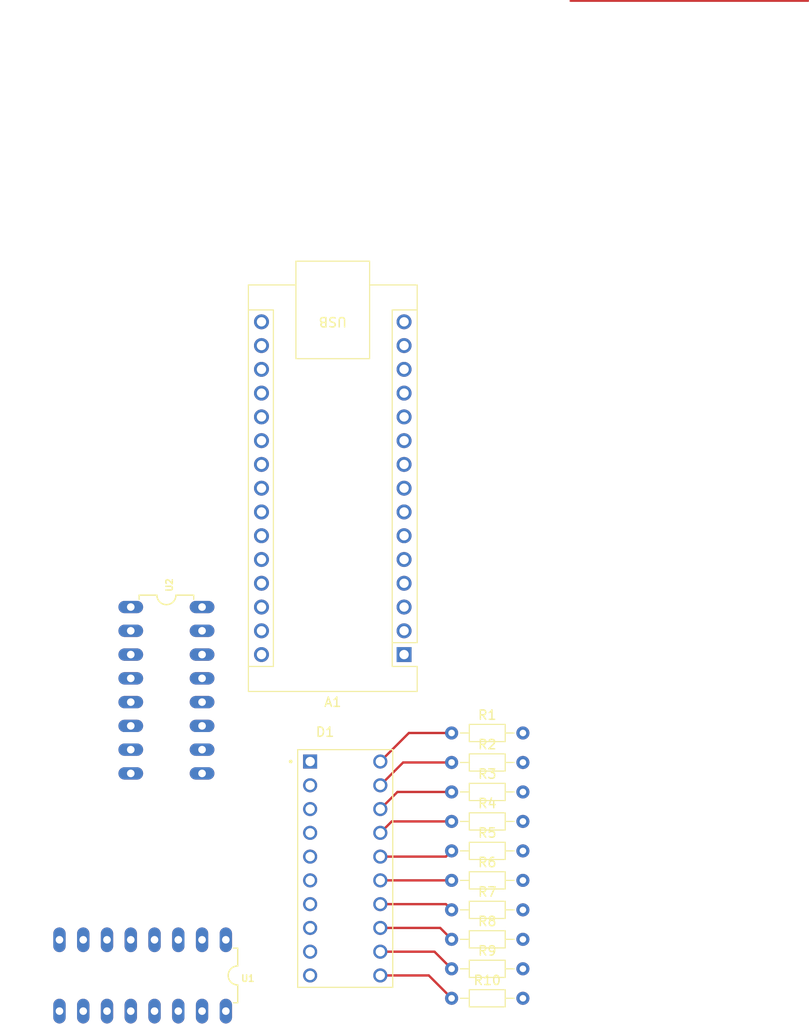
<source format=kicad_pcb>
(kicad_pcb (version 20221018) (generator pcbnew)
  (layers (0 "F.Cu" signal) (31 "B.Cu" signal) (34 "B.Paste" user) (35 "F.Paste" user) (36 "B.SilkS" user "B.Silkscreen") (37 "F.SilkS" user "F.Silkscreen") (38 "B.Mask" user) (39 "F.Mask" user) (44 "Edge.Cuts" user))
  (net 0 "")
  (net 4 "GND")
  (net 11 "Net-(A1-D8)")
  (net 14 "Net-(A1-MOSI)")
  (net 15 "Net-(A1-MISO)")
  (net 27 "VCC")
  (net 30 "Net-(U1-QA)")
  (net 31 "Net-(U1-QB)")
  (net 32 "Net-(U1-QC)")
  (net 33 "Net-(U1-QD)")
  (net 34 "Net-(U1-QE)")
  (net 35 "Net-(U1-QF)")
  (net 36 "Net-(U1-QG)")
  (net 37 "Net-(U1-QH)")
  (net 38 "Net-(U2-QA)")
  (net 39 "Net-(U2-QB)")
  (net 40 "Net-(D1-Pad11)")
  (net 41 "Net-(D1-Pad12)")
  (net 42 "Net-(D1-Pad13)")
  (net 43 "Net-(D1-Pad14)")
  (net 44 "Net-(D1-Pad15)")
  (net 45 "Net-(D1-Pad16)")
  (net 46 "Net-(D1-Pad17)")
  (net 47 "Net-(D1-Pad18)")
  (net 48 "Net-(D1-Pad19)")
  (net 49 "Net-(D1-Pad20)")
  (net 50 "Net-(U1-QH*)")
  (footprint "Resistor_THT:R_Axial_DIN0204_L3.6mm_D1.6mm_P7.62mm_Horizontal" (layer "F.Cu") (at 185.42 129.03)
    (fp_text reference "R1" (at 3.81 -1.92) (layer "F.SilkS"))
    (fp_text value "220Ω")
    (fp_line (start 0.94 0) (end 1.89 0) (stroke (width 0.12)) (layer "F.SilkS"))
    (fp_line (start 1.89 -0.92) (end 1.89 0.92) (stroke (width 0.12)) (layer "F.SilkS"))
    (fp_line (start 1.89 0.92) (end 5.73 0.92) (stroke (width 0.12)) (layer "F.SilkS"))
    (fp_line (start 5.73 -0.92) (end 1.89 -0.92) (stroke (width 0.12)) (layer "F.SilkS"))
    (fp_line (start 5.73 0.92) (end 5.73 -0.92) (stroke (width 0.12)) (layer "F.SilkS"))
    (fp_line (start 6.68 0) (end 5.73 0) (stroke (width 0.12)) (layer "F.SilkS"))
    (pad "1" thru_hole circle (at 0 0) (size 1.4 1.4) (drill 0.7) (layers "*.Cu" "*.Mask") (net 49 "Net-(D1-Pad20)"))
    (pad "2" thru_hole oval (at 7.62 0) (size 1.4 1.4) (drill 0.7) (layers "*.Cu" "*.Mask") (net 4 "GND"))
  )
  (footprint "Resistor_THT:R_Axial_DIN0204_L3.6mm_D1.6mm_P7.62mm_Horizontal" (layer "F.Cu") (at 185.42 138.48)
    (fp_text reference "R4" (at 3.81 -1.92) (layer "F.SilkS"))
    (fp_text value "220Ω")
    (fp_line (start 0.94 0) (end 1.89 0) (stroke (width 0.12)) (layer "F.SilkS"))
    (fp_line (start 1.89 -0.92) (end 1.89 0.92) (stroke (width 0.12)) (layer "F.SilkS"))
    (fp_line (start 1.89 0.92) (end 5.73 0.92) (stroke (width 0.12)) (layer "F.SilkS"))
    (fp_line (start 5.73 -0.92) (end 1.89 -0.92) (stroke (width 0.12)) (layer "F.SilkS"))
    (fp_line (start 5.73 0.92) (end 5.73 -0.92) (stroke (width 0.12)) (layer "F.SilkS"))
    (fp_line (start 6.68 0) (end 5.73 0) (stroke (width 0.12)) (layer "F.SilkS"))
    (pad "1" thru_hole circle (at 0 0) (size 1.4 1.4) (drill 0.7) (layers "*.Cu" "*.Mask") (net 46 "Net-(D1-Pad17)"))
    (pad "2" thru_hole oval (at 7.62 0) (size 1.4 1.4) (drill 0.7) (layers "*.Cu" "*.Mask") (net 4 "GND"))
  )
  (footprint "Resistor_THT:R_Axial_DIN0204_L3.6mm_D1.6mm_P7.62mm_Horizontal" (layer "F.Cu") (at 185.42 147.93)
    (fp_text reference "R7" (at 3.81 -1.92) (layer "F.SilkS"))
    (fp_text value "220Ω")
    (fp_line (start 0.94 0) (end 1.89 0) (stroke (width 0.12)) (layer "F.SilkS"))
    (fp_line (start 1.89 -0.92) (end 1.89 0.92) (stroke (width 0.12)) (layer "F.SilkS"))
    (fp_line (start 1.89 0.92) (end 5.73 0.92) (stroke (width 0.12)) (layer "F.SilkS"))
    (fp_line (start 5.73 -0.92) (end 1.89 -0.92) (stroke (width 0.12)) (layer "F.SilkS"))
    (fp_line (start 5.73 0.92) (end 5.73 -0.92) (stroke (width 0.12)) (layer "F.SilkS"))
    (fp_line (start 6.68 0) (end 5.73 0) (stroke (width 0.12)) (layer "F.SilkS"))
    (pad "1" thru_hole circle (at 0 0) (size 1.4 1.4) (drill 0.7) (layers "*.Cu" "*.Mask") (net 43 "Net-(D1-Pad14)"))
    (pad "2" thru_hole oval (at 7.62 0) (size 1.4 1.4) (drill 0.7) (layers "*.Cu" "*.Mask") (net 4 "GND"))
  )
  (footprint "Resistor_THT:R_Axial_DIN0204_L3.6mm_D1.6mm_P7.62mm_Horizontal" (layer "F.Cu") (at 185.42 135.33)
    (fp_text reference "R3" (at 3.81 -1.92) (layer "F.SilkS"))
    (fp_text value "220Ω")
    (fp_line (start 0.94 0) (end 1.89 0) (stroke (width 0.12)) (layer "F.SilkS"))
    (fp_line (start 1.89 -0.92) (end 1.89 0.92) (stroke (width 0.12)) (layer "F.SilkS"))
    (fp_line (start 1.89 0.92) (end 5.73 0.92) (stroke (width 0.12)) (layer "F.SilkS"))
    (fp_line (start 5.73 -0.92) (end 1.89 -0.92) (stroke (width 0.12)) (layer "F.SilkS"))
    (fp_line (start 5.73 0.92) (end 5.73 -0.92) (stroke (width 0.12)) (layer "F.SilkS"))
    (fp_line (start 6.68 0) (end 5.73 0) (stroke (width 0.12)) (layer "F.SilkS"))
    (pad "1" thru_hole circle (at 0 0) (size 1.4 1.4) (drill 0.7) (layers "*.Cu" "*.Mask") (net 47 "Net-(D1-Pad18)"))
    (pad "2" thru_hole oval (at 7.62 0) (size 1.4 1.4) (drill 0.7) (layers "*.Cu" "*.Mask") (net 4 "GND"))
  )
  (footprint "Resistor_THT:R_Axial_DIN0204_L3.6mm_D1.6mm_P7.62mm_Horizontal" (layer "F.Cu") (at 185.42 144.78)
    (fp_text reference "R6" (at 3.81 -1.92) (layer "F.SilkS"))
    (fp_text value "220Ω")
    (fp_line (start 0.94 0) (end 1.89 0) (stroke (width 0.12)) (layer "F.SilkS"))
    (fp_line (start 1.89 -0.92) (end 1.89 0.92) (stroke (width 0.12)) (layer "F.SilkS"))
    (fp_line (start 1.89 0.92) (end 5.73 0.92) (stroke (width 0.12)) (layer "F.SilkS"))
    (fp_line (start 5.73 -0.92) (end 1.89 -0.92) (stroke (width 0.12)) (layer "F.SilkS"))
    (fp_line (start 5.73 0.92) (end 5.73 -0.92) (stroke (width 0.12)) (layer "F.SilkS"))
    (fp_line (start 6.68 0) (end 5.73 0) (stroke (width 0.12)) (layer "F.SilkS"))
    (pad "1" thru_hole circle (at 0 0) (size 1.4 1.4) (drill 0.7) (layers "*.Cu" "*.Mask") (net 44 "Net-(D1-Pad15)"))
    (pad "2" thru_hole oval (at 7.62 0) (size 1.4 1.4) (drill 0.7) (layers "*.Cu" "*.Mask") (net 4 "GND"))
  )
  (footprint "DC10EWA:DIP750W50P254L2540H825Q20" (layer "F.Cu") (at 174.05 143.51)
    (fp_text reference "D1" (at -2.155 -14.585) (layer "F.SilkS"))
    (fp_text value "DC10EWA")
    (fp_line (start -5.08 -12.7) (end 5.08 -12.7) (stroke (width 0.127)) (layer "F.SilkS"))
    (fp_line (start -5.08 12.7) (end -5.08 -12.7) (stroke (width 0.127)) (layer "F.SilkS"))
    (fp_line (start 5.08 -12.7) (end 5.08 12.7) (stroke (width 0.127)) (layer "F.SilkS"))
    (fp_line (start 5.08 12.7) (end -5.08 12.7) (stroke (width 0.127)) (layer "F.SilkS"))
    (fp_circle (center -5.83 -11.43) (end -5.73 -11.43) (stroke (width 0.2)) (fill none) (layer "F.SilkS"))
    (pad "1" thru_hole rect (at -3.75 -11.43) (size 1.508 1.508) (drill 1) (layers "*.Cu" "*.Mask") (net 30 "Net-(U1-QA)"))
    (pad "2" thru_hole circle (at -3.75 -8.89) (size 1.508 1.508) (drill 1) (layers "*.Cu" "*.Mask") (net 31 "Net-(U1-QB)"))
    (pad "3" thru_hole circle (at -3.75 -6.35) (size 1.508 1.508) (drill 1) (layers "*.Cu" "*.Mask") (net 32 "Net-(U1-QC)"))
    (pad "4" thru_hole circle (at -3.75 -3.81) (size 1.508 1.508) (drill 1) (layers "*.Cu" "*.Mask") (net 33 "Net-(U1-QD)"))
    (pad "5" thru_hole circle (at -3.75 -1.27) (size 1.508 1.508) (drill 1) (layers "*.Cu" "*.Mask") (net 34 "Net-(U1-QE)"))
    (pad "6" thru_hole circle (at -3.75 1.27) (size 1.508 1.508) (drill 1) (layers "*.Cu" "*.Mask") (net 35 "Net-(U1-QF)"))
    (pad "7" thru_hole circle (at -3.75 3.81) (size 1.508 1.508) (drill 1) (layers "*.Cu" "*.Mask") (net 36 "Net-(U1-QG)"))
    (pad "8" thru_hole circle (at -3.75 6.35) (size 1.508 1.508) (drill 1) (layers "*.Cu" "*.Mask") (net 37 "Net-(U1-QH)"))
    (pad "9" thru_hole circle (at -3.75 8.89) (size 1.508 1.508) (drill 1) (layers "*.Cu" "*.Mask") (net 38 "Net-(U2-QA)"))
    (pad "10" thru_hole circle (at -3.75 11.43) (size 1.508 1.508) (drill 1) (layers "*.Cu" "*.Mask") (net 39 "Net-(U2-QB)"))
    (pad "11" thru_hole circle (at 3.75 11.43) (size 1.508 1.508) (drill 1) (layers "*.Cu" "*.Mask") (net 40 "Net-(D1-Pad11)"))
    (pad "12" thru_hole circle (at 3.75 8.89) (size 1.508 1.508) (drill 1) (layers "*.Cu" "*.Mask") (net 41 "Net-(D1-Pad12)"))
    (pad "13" thru_hole circle (at 3.75 6.35) (size 1.508 1.508) (drill 1) (layers "*.Cu" "*.Mask") (net 42 "Net-(D1-Pad13)"))
    (pad "14" thru_hole circle (at 3.75 3.81) (size 1.508 1.508) (drill 1) (layers "*.Cu" "*.Mask") (net 43 "Net-(D1-Pad14)"))
    (pad "15" thru_hole circle (at 3.75 1.27) (size 1.508 1.508) (drill 1) (layers "*.Cu" "*.Mask") (net 44 "Net-(D1-Pad15)"))
    (pad "16" thru_hole circle (at 3.75 -1.27) (size 1.508 1.508) (drill 1) (layers "*.Cu" "*.Mask") (net 45 "Net-(D1-Pad16)"))
    (pad "17" thru_hole circle (at 3.75 -3.81) (size 1.508 1.508) (drill 1) (layers "*.Cu" "*.Mask") (net 46 "Net-(D1-Pad17)"))
    (pad "18" thru_hole circle (at 3.75 -6.35) (size 1.508 1.508) (drill 1) (layers "*.Cu" "*.Mask") (net 47 "Net-(D1-Pad18)"))
    (pad "19" thru_hole circle (at 3.75 -8.89) (size 1.508 1.508) (drill 1) (layers "*.Cu" "*.Mask") (net 48 "Net-(D1-Pad19)"))
    (pad "20" thru_hole circle (at 3.75 -11.43) (size 1.508 1.508) (drill 1) (layers "*.Cu" "*.Mask") (net 49 "Net-(D1-Pad20)"))
  )
  (footprint "Resistor_THT:R_Axial_DIN0204_L3.6mm_D1.6mm_P7.62mm_Horizontal" (layer "F.Cu") (at 185.42 132.18)
    (fp_text reference "R2" (at 3.81 -1.92) (layer "F.SilkS"))
    (fp_text value "220Ω")
    (fp_line (start 0.94 0) (end 1.89 0) (stroke (width 0.12)) (layer "F.SilkS"))
    (fp_line (start 1.89 -0.92) (end 1.89 0.92) (stroke (width 0.12)) (layer "F.SilkS"))
    (fp_line (start 1.89 0.92) (end 5.73 0.92) (stroke (width 0.12)) (layer "F.SilkS"))
    (fp_line (start 5.73 -0.92) (end 1.89 -0.92) (stroke (width 0.12)) (layer "F.SilkS"))
    (fp_line (start 5.73 0.92) (end 5.73 -0.92) (stroke (width 0.12)) (layer "F.SilkS"))
    (fp_line (start 6.68 0) (end 5.73 0) (stroke (width 0.12)) (layer "F.SilkS"))
    (pad "1" thru_hole circle (at 0 0) (size 1.4 1.4) (drill 0.7) (layers "*.Cu" "*.Mask") (net 48 "Net-(D1-Pad19)"))
    (pad "2" thru_hole oval (at 7.62 0) (size 1.4 1.4) (drill 0.7) (layers "*.Cu" "*.Mask") (net 4 "GND"))
  )
  (footprint "Resistor_THT:R_Axial_DIN0204_L3.6mm_D1.6mm_P7.62mm_Horizontal" (layer "F.Cu") (at 185.42 157.38)
    (fp_text reference "R10" (at 3.81 -1.92) (layer "F.SilkS"))
    (fp_text value "220Ω")
    (fp_line (start 0.94 0) (end 1.89 0) (stroke (width 0.12)) (layer "F.SilkS"))
    (fp_line (start 1.89 -0.92) (end 1.89 0.92) (stroke (width 0.12)) (layer "F.SilkS"))
    (fp_line (start 1.89 0.92) (end 5.73 0.92) (stroke (width 0.12)) (layer "F.SilkS"))
    (fp_line (start 5.73 -0.92) (end 1.89 -0.92) (stroke (width 0.12)) (layer "F.SilkS"))
    (fp_line (start 5.73 0.92) (end 5.73 -0.92) (stroke (width 0.12)) (layer "F.SilkS"))
    (fp_line (start 6.68 0) (end 5.73 0) (stroke (width 0.12)) (layer "F.SilkS"))
    (pad "1" thru_hole circle (at 0 0) (size 1.4 1.4) (drill 0.7) (layers "*.Cu" "*.Mask") (net 40 "Net-(D1-Pad11)"))
    (pad "2" thru_hole oval (at 7.62 0) (size 1.4 1.4) (drill 0.7) (layers "*.Cu" "*.Mask") (net 4 "GND"))
  )
  (footprint "Resistor_THT:R_Axial_DIN0204_L3.6mm_D1.6mm_P7.62mm_Horizontal" (layer "F.Cu") (at 185.42 141.63)
    (fp_text reference "R5" (at 3.81 -1.92) (layer "F.SilkS"))
    (fp_text value "220Ω")
    (fp_line (start 0.94 0) (end 1.89 0) (stroke (width 0.12)) (layer "F.SilkS"))
    (fp_line (start 1.89 -0.92) (end 1.89 0.92) (stroke (width 0.12)) (layer "F.SilkS"))
    (fp_line (start 1.89 0.92) (end 5.73 0.92) (stroke (width 0.12)) (layer "F.SilkS"))
    (fp_line (start 5.73 -0.92) (end 1.89 -0.92) (stroke (width 0.12)) (layer "F.SilkS"))
    (fp_line (start 5.73 0.92) (end 5.73 -0.92) (stroke (width 0.12)) (layer "F.SilkS"))
    (fp_line (start 6.68 0) (end 5.73 0) (stroke (width 0.12)) (layer "F.SilkS"))
    (pad "1" thru_hole circle (at 0 0) (size 1.4 1.4) (drill 0.7) (layers "*.Cu" "*.Mask") (net 45 "Net-(D1-Pad16)"))
    (pad "2" thru_hole oval (at 7.62 0) (size 1.4 1.4) (drill 0.7) (layers "*.Cu" "*.Mask") (net 4 "GND"))
  )
  (footprint "74HC595N:DIP16-2.54-20.32X5.84MM" (layer "F.Cu") (at 154.94 124.46 -90)
    (property "VALUE" "74HC595N-DIP16")
    (fp_text reference "U2" (at -11.240957 -0.317545 90) (layer "F.SilkS") (effects (font (size 0.70009 0.70009))))
    (fp_text value "LOGIC-74HC595N_DIP16_")
    (fp_line (start -10.16 -2.921) (end -10.16 -1.016) (stroke (width 0.1524)) (layer "F.SilkS"))
    (fp_line (start -10.16 -2.921) (end -9.7 -2.921) (stroke (width 0.127)) (layer "F.SilkS"))
    (fp_line (start -10.16 2.921) (end -10.16 1.016) (stroke (width 0.1524)) (layer "F.SilkS"))
    (fp_line (start -10.16 2.921) (end -9.7 2.921) (stroke (width 0.127)) (layer "F.SilkS"))
    (fp_arc (start -10.16 -1.016) (mid -9.144 0) (end -10.16 1.016) (stroke (width 0.1524)) (layer "F.SilkS"))
    (pad "1" thru_hole oval (at -8.89 3.81 270) (size 1.3208 2.6416) (drill 0.8128) (layers "*.Cu" "*.Mask") (net 39 "Net-(U2-QB)"))
    (pad "2" thru_hole oval (at -6.35 3.81 270) (size 1.3208 2.6416) (drill 0.8128) (layers "*.Cu" "*.Mask"))
    (pad "3" thru_hole oval (at -3.81 3.81 270) (size 1.3208 2.6416) (drill 0.8128) (layers "*.Cu" "*.Mask"))
    (pad "4" thru_hole oval (at -1.27 3.81 270) (size 1.3208 2.6416) (drill 0.8128) (layers "*.Cu" "*.Mask"))
    (pad "5" thru_hole oval (at 1.27 3.81 270) (size 1.3208 2.6416) (drill 0.8128) (layers "*.Cu" "*.Mask"))
    (pad "6" thru_hole oval (at 3.81 3.81 270) (size 1.3208 2.6416) (drill 0.8128) (layers "*.Cu" "*.Mask"))
    (pad "7" thru_hole oval (at 6.35 3.81 270) (size 1.3208 2.6416) (drill 0.8128) (layers "*.Cu" "*.Mask"))
    (pad "8" thru_hole oval (at 8.89 3.81 270) (size 1.3208 2.6416) (drill 0.8128) (layers "*.Cu" "*.Mask") (net 4 "GND"))
    (pad "9" thru_hole oval (at 8.89 -3.81 270) (size 1.3208 2.6416) (drill 0.8128) (layers "*.Cu" "*.Mask"))
    (pad "10" thru_hole oval (at 6.35 -3.81 270) (size 1.3208 2.6416) (drill 0.8128) (layers "*.Cu" "*.Mask") (net 27 "VCC"))
    (pad "11" thru_hole oval (at 3.81 -3.81 270) (size 1.3208 2.6416) (drill 0.8128) (layers "*.Cu" "*.Mask") (net 15 "Net-(A1-MISO)"))
    (pad "12" thru_hole oval (at 1.27 -3.81 270) (size 1.3208 2.6416) (drill 0.8128) (layers "*.Cu" "*.Mask") (net 11 "Net-(A1-D8)"))
    (pad "13" thru_hole oval (at -1.27 -3.81 270) (size 1.3208 2.6416) (drill 0.8128) (layers "*.Cu" "*.Mask") (net 4 "GND"))
    (pad "14" thru_hole oval (at -3.81 -3.81 270) (size 1.3208 2.6416) (drill 0.8128) (layers "*.Cu" "*.Mask") (net 50 "Net-(U1-QH*)"))
    (pad "15" thru_hole oval (at -6.35 -3.81 270) (size 1.3208 2.6416) (drill 0.8128) (layers "*.Cu" "*.Mask") (net 38 "Net-(U2-QA)"))
    (pad "16" thru_hole oval (at -8.89 -3.81 270) (size 1.3208 2.6416) (drill 0.8128) (layers "*.Cu" "*.Mask") (net 27 "VCC"))
  )
  (footprint "74HC595N:DIP16-2.54-20.32X5.84MM" (layer "F.Cu") (at 152.4 154.94 180)
    (property "VALUE" "74HC595N-DIP16")
    (fp_text reference "U1" (at -11.240957 -0.317545) (layer "F.SilkS") (effects (font (size 0.70009 0.70009))))
    (fp_text value "LOGIC-74HC595N_DIP16_")
    (fp_line (start -10.16 -2.921) (end -10.16 -1.016) (stroke (width 0.1524)) (layer "F.SilkS"))
    (fp_line (start -10.16 -2.921) (end -9.7 -2.921) (stroke (width 0.127)) (layer "F.SilkS"))
    (fp_line (start -10.16 2.921) (end -10.16 1.016) (stroke (width 0.1524)) (layer "F.SilkS"))
    (fp_line (start -10.16 2.921) (end -9.7 2.921) (stroke (width 0.127)) (layer "F.SilkS"))
    (fp_arc (start -10.16 -1.016) (mid -9.144 0) (end -10.16 1.016) (stroke (width 0.1524)) (layer "F.SilkS"))
    (pad "1" thru_hole oval (at -8.89 3.81 180) (size 1.3208 2.6416) (drill 0.8128) (layers "*.Cu" "*.Mask") (net 31 "Net-(U1-QB)"))
    (pad "2" thru_hole oval (at -6.35 3.81 180) (size 1.3208 2.6416) (drill 0.8128) (layers "*.Cu" "*.Mask") (net 32 "Net-(U1-QC)"))
    (pad "3" thru_hole oval (at -3.81 3.81 180) (size 1.3208 2.6416) (drill 0.8128) (layers "*.Cu" "*.Mask") (net 33 "Net-(U1-QD)"))
    (pad "4" thru_hole oval (at -1.27 3.81 180) (size 1.3208 2.6416) (drill 0.8128) (layers "*.Cu" "*.Mask") (net 34 "Net-(U1-QE)"))
    (pad "5" thru_hole oval (at 1.27 3.81 180) (size 1.3208 2.6416) (drill 0.8128) (layers "*.Cu" "*.Mask") (net 35 "Net-(U1-QF)"))
    (pad "6" thru_hole oval (at 3.81 3.81 180) (size 1.3208 2.6416) (drill 0.8128) (layers "*.Cu" "*.Mask") (net 36 "Net-(U1-QG)"))
    (pad "7" thru_hole oval (at 6.35 3.81 180) (size 1.3208 2.6416) (drill 0.8128) (layers "*.Cu" "*.Mask") (net 37 "Net-(U1-QH)"))
    (pad "8" thru_hole oval (at 8.89 3.81 180) (size 1.3208 2.6416) (drill 0.8128) (layers "*.Cu" "*.Mask") (net 4 "GND"))
    (pad "9" thru_hole oval (at 8.89 -3.81 180) (size 1.3208 2.6416) (drill 0.8128) (layers "*.Cu" "*.Mask") (net 50 "Net-(U1-QH*)"))
    (pad "10" thru_hole oval (at 6.35 -3.81 180) (size 1.3208 2.6416) (drill 0.8128) (layers "*.Cu" "*.Mask") (net 27 "VCC"))
    (pad "11" thru_hole oval (at 3.81 -3.81 180) (size 1.3208 2.6416) (drill 0.8128) (layers "*.Cu" "*.Mask") (net 15 "Net-(A1-MISO)"))
    (pad "12" thru_hole oval (at 1.27 -3.81 180) (size 1.3208 2.6416) (drill 0.8128) (layers "*.Cu" "*.Mask") (net 11 "Net-(A1-D8)"))
    (pad "13" thru_hole oval (at -1.27 -3.81 180) (size 1.3208 2.6416) (drill 0.8128) (layers "*.Cu" "*.Mask") (net 4 "GND"))
    (pad "14" thru_hole oval (at -3.81 -3.81 180) (size 1.3208 2.6416) (drill 0.8128) (layers "*.Cu" "*.Mask") (net 14 "Net-(A1-MOSI)"))
    (pad "15" thru_hole oval (at -6.35 -3.81 180) (size 1.3208 2.6416) (drill 0.8128) (layers "*.Cu" "*.Mask") (net 30 "Net-(U1-QA)"))
    (pad "16" thru_hole oval (at -8.89 -3.81 180) (size 1.3208 2.6416) (drill 0.8128) (layers "*.Cu" "*.Mask") (net 27 "VCC"))
  )
  (footprint "Resistor_THT:R_Axial_DIN0204_L3.6mm_D1.6mm_P7.62mm_Horizontal" (layer "F.Cu") (at 185.42 154.23)
    (fp_text reference "R9" (at 3.81 -1.92) (layer "F.SilkS"))
    (fp_text value "220Ω")
    (fp_line (start 0.94 0) (end 1.89 0) (stroke (width 0.12)) (layer "F.SilkS"))
    (fp_line (start 1.89 -0.92) (end 1.89 0.92) (stroke (width 0.12)) (layer "F.SilkS"))
    (fp_line (start 1.89 0.92) (end 5.73 0.92) (stroke (width 0.12)) (layer "F.SilkS"))
    (fp_line (start 5.73 -0.92) (end 1.89 -0.92) (stroke (width 0.12)) (layer "F.SilkS"))
    (fp_line (start 5.73 0.92) (end 5.73 -0.92) (stroke (width 0.12)) (layer "F.SilkS"))
    (fp_line (start 6.68 0) (end 5.73 0) (stroke (width 0.12)) (layer "F.SilkS"))
    (pad "1" thru_hole circle (at 0 0) (size 1.4 1.4) (drill 0.7) (layers "*.Cu" "*.Mask") (net 41 "Net-(D1-Pad12)"))
    (pad "2" thru_hole oval (at 7.62 0) (size 1.4 1.4) (drill 0.7) (layers "*.Cu" "*.Mask") (net 4 "GND"))
  )
  (footprint "Resistor_THT:R_Axial_DIN0204_L3.6mm_D1.6mm_P7.62mm_Horizontal" (layer "F.Cu") (at 185.42 151.08)
    (fp_text reference "R8" (at 3.81 -1.92) (layer "F.SilkS"))
    (fp_text value "220Ω")
    (fp_line (start 0.94 0) (end 1.89 0) (stroke (width 0.12)) (layer "F.SilkS"))
    (fp_line (start 1.89 -0.92) (end 1.89 0.92) (stroke (width 0.12)) (layer "F.SilkS"))
    (fp_line (start 1.89 0.92) (end 5.73 0.92) (stroke (width 0.12)) (layer "F.SilkS"))
    (fp_line (start 5.73 -0.92) (end 1.89 -0.92) (stroke (width 0.12)) (layer "F.SilkS"))
    (fp_line (start 5.73 0.92) (end 5.73 -0.92) (stroke (width 0.12)) (layer "F.SilkS"))
    (fp_line (start 6.68 0) (end 5.73 0) (stroke (width 0.12)) (layer "F.SilkS"))
    (pad "1" thru_hole circle (at 0 0) (size 1.4 1.4) (drill 0.7) (layers "*.Cu" "*.Mask") (net 42 "Net-(D1-Pad13)"))
    (pad "2" thru_hole oval (at 7.62 0) (size 1.4 1.4) (drill 0.7) (layers "*.Cu" "*.Mask") (net 4 "GND"))
  )
  (footprint "Module:Arduino_Nano" (layer "F.Cu") (at 180.34 120.65 180)
    (fp_text reference "A1" (at 7.62 -5.08) (layer "F.SilkS"))
    (fp_text value "Arduino_Nano_Every")
    (fp_text user "USB" (at 7.62 35.56 180 unlocked) (layer "F.SilkS"))
    (fp_line (start -1.4 -3.94) (end -1.4 -1.27) (stroke (width 0.12)) (layer "F.SilkS"))
    (fp_line (start -1.4 1.27) (end -1.4 39.5) (stroke (width 0.12)) (layer "F.SilkS"))
    (fp_line (start -1.4 39.5) (end 3.68 39.5) (stroke (width 0.12)) (layer "F.SilkS"))
    (fp_line (start 1.27 -1.27) (end -1.4 -1.27) (stroke (width 0.12)) (layer "F.SilkS"))
    (fp_line (start 1.27 1.27) (end -1.4 1.27) (stroke (width 0.12)) (layer "F.SilkS"))
    (fp_line (start 1.27 1.27) (end 1.27 -1.27) (stroke (width 0.12)) (layer "F.SilkS"))
    (fp_line (start 1.27 1.27) (end 1.27 36.83) (stroke (width 0.12)) (layer "F.SilkS"))
    (fp_line (start 1.27 36.83) (end -1.4 36.83) (stroke (width 0.12)) (layer "F.SilkS"))
    (fp_line (start 3.68 31.62) (end 11.56 31.62) (stroke (width 0.12)) (layer "F.SilkS"))
    (fp_line (start 3.68 42.04) (end 3.68 31.62) (stroke (width 0.12)) (layer "F.SilkS"))
    (fp_line (start 11.56 31.62) (end 11.56 42.04) (stroke (width 0.12)) (layer "F.SilkS"))
    (fp_line (start 11.56 42.04) (end 3.68 42.04) (stroke (width 0.12)) (layer "F.SilkS"))
    (fp_line (start 13.97 -1.27) (end 13.97 36.83) (stroke (width 0.12)) (layer "F.SilkS"))
    (fp_line (start 13.97 -1.27) (end 16.64 -1.27) (stroke (width 0.12)) (layer "F.SilkS"))
    (fp_line (start 13.97 36.83) (end 16.64 36.83) (stroke (width 0.12)) (layer "F.SilkS"))
    (fp_line (start 16.64 -3.94) (end -1.4 -3.94) (stroke (width 0.12)) (layer "F.SilkS"))
    (fp_line (start 16.64 39.5) (end 11.56 39.5) (stroke (width 0.12)) (layer "F.SilkS"))
    (fp_line (start 16.64 39.5) (end 16.64 -3.94) (stroke (width 0.12)) (layer "F.SilkS"))
    (pad "1" thru_hole rect (at 0 0 180) (size 1.6 1.6) (drill 1) (layers "*.Cu" "*.Mask"))
    (pad "2" thru_hole oval (at 0 2.54 180) (size 1.6 1.6) (drill 1) (layers "*.Cu" "*.Mask"))
    (pad "3" thru_hole oval (at 0 5.08 180) (size 1.6 1.6) (drill 1) (layers "*.Cu" "*.Mask"))
    (pad "4" thru_hole oval (at 0 7.62 180) (size 1.6 1.6) (drill 1) (layers "*.Cu" "*.Mask") (net 4 "GND"))
    (pad "5" thru_hole oval (at 0 10.16 180) (size 1.6 1.6) (drill 1) (layers "*.Cu" "*.Mask"))
    (pad "6" thru_hole oval (at 0 12.7 180) (size 1.6 1.6) (drill 1) (layers "*.Cu" "*.Mask"))
    (pad "7" thru_hole oval (at 0 15.24 180) (size 1.6 1.6) (drill 1) (layers "*.Cu" "*.Mask"))
    (pad "8" thru_hole oval (at 0 17.78 180) (size 1.6 1.6) (drill 1) (layers "*.Cu" "*.Mask"))
    (pad "9" thru_hole oval (at 0 20.32 180) (size 1.6 1.6) (drill 1) (layers "*.Cu" "*.Mask"))
    (pad "10" thru_hole oval (at 0 22.86 180) (size 1.6 1.6) (drill 1) (layers "*.Cu" "*.Mask"))
    (pad "11" thru_hole oval (at 0 25.4 180) (size 1.6 1.6) (drill 1) (layers "*.Cu" "*.Mask") (net 11 "Net-(A1-D8)"))
    (pad "12" thru_hole oval (at 0 27.94 180) (size 1.6 1.6) (drill 1) (layers "*.Cu" "*.Mask"))
    (pad "13" thru_hole oval (at 0 30.48 180) (size 1.6 1.6) (drill 1) (layers "*.Cu" "*.Mask"))
    (pad "14" thru_hole oval (at 0 33.02 180) (size 1.6 1.6) (drill 1) (layers "*.Cu" "*.Mask") (net 14 "Net-(A1-MOSI)"))
    (pad "15" thru_hole oval (at 0 35.56 180) (size 1.6 1.6) (drill 1) (layers "*.Cu" "*.Mask") (net 15 "Net-(A1-MISO)"))
    (pad "16" thru_hole oval (at 15.24 35.56 180) (size 1.6 1.6) (drill 1) (layers "*.Cu" "*.Mask"))
    (pad "17" thru_hole oval (at 15.24 33.02 180) (size 1.6 1.6) (drill 1) (layers "*.Cu" "*.Mask"))
    (pad "18" thru_hole oval (at 15.24 30.48 180) (size 1.6 1.6) (drill 1) (layers "*.Cu" "*.Mask"))
    (pad "19" thru_hole oval (at 15.24 27.94 180) (size 1.6 1.6) (drill 1) (layers "*.Cu" "*.Mask"))
    (pad "20" thru_hole oval (at 15.24 25.4 180) (size 1.6 1.6) (drill 1) (layers "*.Cu" "*.Mask"))
    (pad "21" thru_hole oval (at 15.24 22.86 180) (size 1.6 1.6) (drill 1) (layers "*.Cu" "*.Mask"))
    (pad "22" thru_hole oval (at 15.24 20.32 180) (size 1.6 1.6) (drill 1) (layers "*.Cu" "*.Mask"))
    (pad "23" thru_hole oval (at 15.24 17.78 180) (size 1.6 1.6) (drill 1) (layers "*.Cu" "*.Mask"))
    (pad "24" thru_hole oval (at 15.24 15.24 180) (size 1.6 1.6) (drill 1) (layers "*.Cu" "*.Mask"))
    (pad "25" thru_hole oval (at 15.24 12.7 180) (size 1.6 1.6) (drill 1) (layers "*.Cu" "*.Mask"))
    (pad "26" thru_hole oval (at 15.24 10.16 180) (size 1.6 1.6) (drill 1) (layers "*.Cu" "*.Mask"))
    (pad "27" thru_hole oval (at 15.24 7.62 180) (size 1.6 1.6) (drill 1) (layers "*.Cu" "*.Mask") (net 27 "VCC"))
    (pad "28" thru_hole oval (at 15.24 5.08 180) (size 1.6 1.6) (drill 1) (layers "*.Cu" "*.Mask"))
    (pad "29" thru_hole oval (at 15.24 2.54 180) (size 1.6 1.6) (drill 1) (layers "*.Cu" "*.Mask") (net 4 "GND"))
    (pad "30" thru_hole oval (at 15.24 0 180) (size 1.6 1.6) (drill 1) (layers "*.Cu" "*.Mask"))
  )
  (gr_line (start 198.12 50.8) (end 223.52 50.8) (stroke (width 0.2)) (layer "F.Cu"))
  (segment (start 177.8 154.94) (end 182.98 154.94) (width 0.25) (layer "F.Cu") (net 40))
  (segment (start 182.98 154.94) (end 185.42 157.38) (width 0.25) (layer "F.Cu") (net 40))
  (segment (start 183.59 152.4) (end 185.42 154.23) (width 0.25) (layer "F.Cu") (net 41))
  (segment (start 177.8 152.4) (end 183.59 152.4) (width 0.25) (layer "F.Cu") (net 41))
  (segment (start 177.8 149.86) (end 184.2 149.86) (width 0.25) (layer "F.Cu") (net 42))
  (segment (start 184.2 149.86) (end 185.42 151.08) (width 0.25) (layer "F.Cu") (net 42))
  (segment (start 184.81 147.32) (end 185.42 147.93) (width 0.25) (layer "F.Cu") (net 43))
  (segment (start 177.8 147.32) (end 184.81 147.32) (width 0.25) (layer "F.Cu") (net 43))
  (segment (start 177.8 144.78) (end 185.42 144.78) (width 0.25) (layer "F.Cu") (net 44))
  (segment (start 177.8 142.24) (end 184.81 142.24) (width 0.25) (layer "F.Cu") (net 45))
  (segment (start 184.81 142.24) (end 185.42 141.63) (width 0.25) (layer "F.Cu") (net 45))
  (segment (start 177.8 139.7) (end 179.02 138.48) (width 0.25) (layer "F.Cu") (net 46))
  (segment (start 179.02 138.48) (end 185.42 138.48) (width 0.25) (layer "F.Cu") (net 46))
  (segment (start 177.8 137.16) (end 179.63 135.33) (width 0.25) (layer "F.Cu") (net 47))
  (segment (start 179.63 135.33) (end 185.42 135.33) (width 0.25) (layer "F.Cu") (net 47))
  (segment (start 180.24 132.18) (end 185.42 132.18) (width 0.25) (layer "F.Cu") (net 48))
  (segment (start 177.8 134.62) (end 180.24 132.18) (width 0.25) (layer "F.Cu") (net 48))
  (segment (start 177.8 132.08) (end 180.85 129.03) (width 0.25) (layer "F.Cu") (net 49))
  (segment (start 180.85 129.03) (end 185.42 129.03) (width 0.25) (layer "F.Cu") (net 49))
)
</source>
